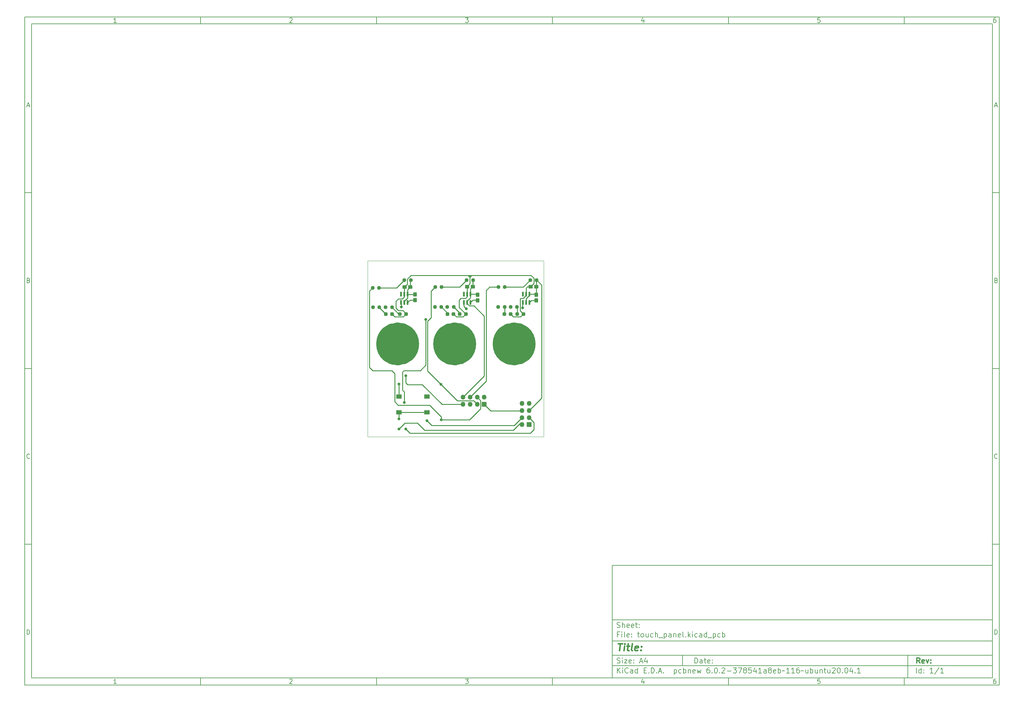
<source format=gbr>
%TF.GenerationSoftware,KiCad,Pcbnew,6.0.2-378541a8eb~116~ubuntu20.04.1*%
%TF.CreationDate,2022-03-13T21:59:14+03:30*%
%TF.ProjectId,touch_panel,746f7563-685f-4706-916e-656c2e6b6963,rev?*%
%TF.SameCoordinates,Original*%
%TF.FileFunction,Copper,L1,Top*%
%TF.FilePolarity,Positive*%
%FSLAX46Y46*%
G04 Gerber Fmt 4.6, Leading zero omitted, Abs format (unit mm)*
G04 Created by KiCad (PCBNEW 6.0.2-378541a8eb~116~ubuntu20.04.1) date 2022-03-13 21:59:14*
%MOMM*%
%LPD*%
G01*
G04 APERTURE LIST*
G04 Aperture macros list*
%AMRoundRect*
0 Rectangle with rounded corners*
0 $1 Rounding radius*
0 $2 $3 $4 $5 $6 $7 $8 $9 X,Y pos of 4 corners*
0 Add a 4 corners polygon primitive as box body*
4,1,4,$2,$3,$4,$5,$6,$7,$8,$9,$2,$3,0*
0 Add four circle primitives for the rounded corners*
1,1,$1+$1,$2,$3*
1,1,$1+$1,$4,$5*
1,1,$1+$1,$6,$7*
1,1,$1+$1,$8,$9*
0 Add four rect primitives between the rounded corners*
20,1,$1+$1,$2,$3,$4,$5,0*
20,1,$1+$1,$4,$5,$6,$7,0*
20,1,$1+$1,$6,$7,$8,$9,0*
20,1,$1+$1,$8,$9,$2,$3,0*%
G04 Aperture macros list end*
%ADD10C,0.100000*%
%ADD11C,0.150000*%
%ADD12C,0.300000*%
%ADD13C,0.400000*%
%TA.AperFunction,Profile*%
%ADD14C,0.100000*%
%TD*%
%TA.AperFunction,EtchedComponent*%
%ADD15C,6.100000*%
%TD*%
%TA.AperFunction,SMDPad,CuDef*%
%ADD16RoundRect,0.237500X-0.250000X-0.237500X0.250000X-0.237500X0.250000X0.237500X-0.250000X0.237500X0*%
%TD*%
%TA.AperFunction,ComponentPad*%
%ADD17C,1.000000*%
%TD*%
%TA.AperFunction,SMDPad,CuDef*%
%ADD18RoundRect,0.193800X-0.091200X-0.481200X0.091200X-0.481200X0.091200X0.481200X-0.091200X0.481200X0*%
%TD*%
%TA.AperFunction,SMDPad,CuDef*%
%ADD19RoundRect,0.237500X-0.287500X-0.237500X0.287500X-0.237500X0.287500X0.237500X-0.287500X0.237500X0*%
%TD*%
%TA.AperFunction,SMDPad,CuDef*%
%ADD20R,1.550000X1.300000*%
%TD*%
%TA.AperFunction,SMDPad,CuDef*%
%ADD21RoundRect,0.250000X0.375000X0.275000X-0.375000X0.275000X-0.375000X-0.275000X0.375000X-0.275000X0*%
%TD*%
%TA.AperFunction,SMDPad,CuDef*%
%ADD22RoundRect,0.250000X0.275000X-0.375000X0.275000X0.375000X-0.275000X0.375000X-0.275000X-0.375000X0*%
%TD*%
%TA.AperFunction,SMDPad,CuDef*%
%ADD23RoundRect,0.237500X0.250000X0.237500X-0.250000X0.237500X-0.250000X-0.237500X0.250000X-0.237500X0*%
%TD*%
%TA.AperFunction,ComponentPad*%
%ADD24R,1.350000X1.350000*%
%TD*%
%TA.AperFunction,ComponentPad*%
%ADD25O,1.350000X1.350000*%
%TD*%
%TA.AperFunction,ViaPad*%
%ADD26C,0.800000*%
%TD*%
%TA.AperFunction,Conductor*%
%ADD27C,0.250000*%
%TD*%
G04 APERTURE END LIST*
D10*
D11*
X177002200Y-166007200D02*
X177002200Y-198007200D01*
X285002200Y-198007200D01*
X285002200Y-166007200D01*
X177002200Y-166007200D01*
D10*
D11*
X10000000Y-10000000D02*
X10000000Y-200007200D01*
X287002200Y-200007200D01*
X287002200Y-10000000D01*
X10000000Y-10000000D01*
D10*
D11*
X12000000Y-12000000D02*
X12000000Y-198007200D01*
X285002200Y-198007200D01*
X285002200Y-12000000D01*
X12000000Y-12000000D01*
D10*
D11*
X60000000Y-12000000D02*
X60000000Y-10000000D01*
D10*
D11*
X110000000Y-12000000D02*
X110000000Y-10000000D01*
D10*
D11*
X160000000Y-12000000D02*
X160000000Y-10000000D01*
D10*
D11*
X210000000Y-12000000D02*
X210000000Y-10000000D01*
D10*
D11*
X260000000Y-12000000D02*
X260000000Y-10000000D01*
D10*
D11*
X36065476Y-11588095D02*
X35322619Y-11588095D01*
X35694047Y-11588095D02*
X35694047Y-10288095D01*
X35570238Y-10473809D01*
X35446428Y-10597619D01*
X35322619Y-10659523D01*
D10*
D11*
X85322619Y-10411904D02*
X85384523Y-10350000D01*
X85508333Y-10288095D01*
X85817857Y-10288095D01*
X85941666Y-10350000D01*
X86003571Y-10411904D01*
X86065476Y-10535714D01*
X86065476Y-10659523D01*
X86003571Y-10845238D01*
X85260714Y-11588095D01*
X86065476Y-11588095D01*
D10*
D11*
X135260714Y-10288095D02*
X136065476Y-10288095D01*
X135632142Y-10783333D01*
X135817857Y-10783333D01*
X135941666Y-10845238D01*
X136003571Y-10907142D01*
X136065476Y-11030952D01*
X136065476Y-11340476D01*
X136003571Y-11464285D01*
X135941666Y-11526190D01*
X135817857Y-11588095D01*
X135446428Y-11588095D01*
X135322619Y-11526190D01*
X135260714Y-11464285D01*
D10*
D11*
X185941666Y-10721428D02*
X185941666Y-11588095D01*
X185632142Y-10226190D02*
X185322619Y-11154761D01*
X186127380Y-11154761D01*
D10*
D11*
X236003571Y-10288095D02*
X235384523Y-10288095D01*
X235322619Y-10907142D01*
X235384523Y-10845238D01*
X235508333Y-10783333D01*
X235817857Y-10783333D01*
X235941666Y-10845238D01*
X236003571Y-10907142D01*
X236065476Y-11030952D01*
X236065476Y-11340476D01*
X236003571Y-11464285D01*
X235941666Y-11526190D01*
X235817857Y-11588095D01*
X235508333Y-11588095D01*
X235384523Y-11526190D01*
X235322619Y-11464285D01*
D10*
D11*
X285941666Y-10288095D02*
X285694047Y-10288095D01*
X285570238Y-10350000D01*
X285508333Y-10411904D01*
X285384523Y-10597619D01*
X285322619Y-10845238D01*
X285322619Y-11340476D01*
X285384523Y-11464285D01*
X285446428Y-11526190D01*
X285570238Y-11588095D01*
X285817857Y-11588095D01*
X285941666Y-11526190D01*
X286003571Y-11464285D01*
X286065476Y-11340476D01*
X286065476Y-11030952D01*
X286003571Y-10907142D01*
X285941666Y-10845238D01*
X285817857Y-10783333D01*
X285570238Y-10783333D01*
X285446428Y-10845238D01*
X285384523Y-10907142D01*
X285322619Y-11030952D01*
D10*
D11*
X60000000Y-198007200D02*
X60000000Y-200007200D01*
D10*
D11*
X110000000Y-198007200D02*
X110000000Y-200007200D01*
D10*
D11*
X160000000Y-198007200D02*
X160000000Y-200007200D01*
D10*
D11*
X210000000Y-198007200D02*
X210000000Y-200007200D01*
D10*
D11*
X260000000Y-198007200D02*
X260000000Y-200007200D01*
D10*
D11*
X36065476Y-199595295D02*
X35322619Y-199595295D01*
X35694047Y-199595295D02*
X35694047Y-198295295D01*
X35570238Y-198481009D01*
X35446428Y-198604819D01*
X35322619Y-198666723D01*
D10*
D11*
X85322619Y-198419104D02*
X85384523Y-198357200D01*
X85508333Y-198295295D01*
X85817857Y-198295295D01*
X85941666Y-198357200D01*
X86003571Y-198419104D01*
X86065476Y-198542914D01*
X86065476Y-198666723D01*
X86003571Y-198852438D01*
X85260714Y-199595295D01*
X86065476Y-199595295D01*
D10*
D11*
X135260714Y-198295295D02*
X136065476Y-198295295D01*
X135632142Y-198790533D01*
X135817857Y-198790533D01*
X135941666Y-198852438D01*
X136003571Y-198914342D01*
X136065476Y-199038152D01*
X136065476Y-199347676D01*
X136003571Y-199471485D01*
X135941666Y-199533390D01*
X135817857Y-199595295D01*
X135446428Y-199595295D01*
X135322619Y-199533390D01*
X135260714Y-199471485D01*
D10*
D11*
X185941666Y-198728628D02*
X185941666Y-199595295D01*
X185632142Y-198233390D02*
X185322619Y-199161961D01*
X186127380Y-199161961D01*
D10*
D11*
X236003571Y-198295295D02*
X235384523Y-198295295D01*
X235322619Y-198914342D01*
X235384523Y-198852438D01*
X235508333Y-198790533D01*
X235817857Y-198790533D01*
X235941666Y-198852438D01*
X236003571Y-198914342D01*
X236065476Y-199038152D01*
X236065476Y-199347676D01*
X236003571Y-199471485D01*
X235941666Y-199533390D01*
X235817857Y-199595295D01*
X235508333Y-199595295D01*
X235384523Y-199533390D01*
X235322619Y-199471485D01*
D10*
D11*
X285941666Y-198295295D02*
X285694047Y-198295295D01*
X285570238Y-198357200D01*
X285508333Y-198419104D01*
X285384523Y-198604819D01*
X285322619Y-198852438D01*
X285322619Y-199347676D01*
X285384523Y-199471485D01*
X285446428Y-199533390D01*
X285570238Y-199595295D01*
X285817857Y-199595295D01*
X285941666Y-199533390D01*
X286003571Y-199471485D01*
X286065476Y-199347676D01*
X286065476Y-199038152D01*
X286003571Y-198914342D01*
X285941666Y-198852438D01*
X285817857Y-198790533D01*
X285570238Y-198790533D01*
X285446428Y-198852438D01*
X285384523Y-198914342D01*
X285322619Y-199038152D01*
D10*
D11*
X10000000Y-60000000D02*
X12000000Y-60000000D01*
D10*
D11*
X10000000Y-110000000D02*
X12000000Y-110000000D01*
D10*
D11*
X10000000Y-160000000D02*
X12000000Y-160000000D01*
D10*
D11*
X10690476Y-35216666D02*
X11309523Y-35216666D01*
X10566666Y-35588095D02*
X11000000Y-34288095D01*
X11433333Y-35588095D01*
D10*
D11*
X11092857Y-84907142D02*
X11278571Y-84969047D01*
X11340476Y-85030952D01*
X11402380Y-85154761D01*
X11402380Y-85340476D01*
X11340476Y-85464285D01*
X11278571Y-85526190D01*
X11154761Y-85588095D01*
X10659523Y-85588095D01*
X10659523Y-84288095D01*
X11092857Y-84288095D01*
X11216666Y-84350000D01*
X11278571Y-84411904D01*
X11340476Y-84535714D01*
X11340476Y-84659523D01*
X11278571Y-84783333D01*
X11216666Y-84845238D01*
X11092857Y-84907142D01*
X10659523Y-84907142D01*
D10*
D11*
X11402380Y-135464285D02*
X11340476Y-135526190D01*
X11154761Y-135588095D01*
X11030952Y-135588095D01*
X10845238Y-135526190D01*
X10721428Y-135402380D01*
X10659523Y-135278571D01*
X10597619Y-135030952D01*
X10597619Y-134845238D01*
X10659523Y-134597619D01*
X10721428Y-134473809D01*
X10845238Y-134350000D01*
X11030952Y-134288095D01*
X11154761Y-134288095D01*
X11340476Y-134350000D01*
X11402380Y-134411904D01*
D10*
D11*
X10659523Y-185588095D02*
X10659523Y-184288095D01*
X10969047Y-184288095D01*
X11154761Y-184350000D01*
X11278571Y-184473809D01*
X11340476Y-184597619D01*
X11402380Y-184845238D01*
X11402380Y-185030952D01*
X11340476Y-185278571D01*
X11278571Y-185402380D01*
X11154761Y-185526190D01*
X10969047Y-185588095D01*
X10659523Y-185588095D01*
D10*
D11*
X287002200Y-60000000D02*
X285002200Y-60000000D01*
D10*
D11*
X287002200Y-110000000D02*
X285002200Y-110000000D01*
D10*
D11*
X287002200Y-160000000D02*
X285002200Y-160000000D01*
D10*
D11*
X285692676Y-35216666D02*
X286311723Y-35216666D01*
X285568866Y-35588095D02*
X286002200Y-34288095D01*
X286435533Y-35588095D01*
D10*
D11*
X286095057Y-84907142D02*
X286280771Y-84969047D01*
X286342676Y-85030952D01*
X286404580Y-85154761D01*
X286404580Y-85340476D01*
X286342676Y-85464285D01*
X286280771Y-85526190D01*
X286156961Y-85588095D01*
X285661723Y-85588095D01*
X285661723Y-84288095D01*
X286095057Y-84288095D01*
X286218866Y-84350000D01*
X286280771Y-84411904D01*
X286342676Y-84535714D01*
X286342676Y-84659523D01*
X286280771Y-84783333D01*
X286218866Y-84845238D01*
X286095057Y-84907142D01*
X285661723Y-84907142D01*
D10*
D11*
X286404580Y-135464285D02*
X286342676Y-135526190D01*
X286156961Y-135588095D01*
X286033152Y-135588095D01*
X285847438Y-135526190D01*
X285723628Y-135402380D01*
X285661723Y-135278571D01*
X285599819Y-135030952D01*
X285599819Y-134845238D01*
X285661723Y-134597619D01*
X285723628Y-134473809D01*
X285847438Y-134350000D01*
X286033152Y-134288095D01*
X286156961Y-134288095D01*
X286342676Y-134350000D01*
X286404580Y-134411904D01*
D10*
D11*
X285661723Y-185588095D02*
X285661723Y-184288095D01*
X285971247Y-184288095D01*
X286156961Y-184350000D01*
X286280771Y-184473809D01*
X286342676Y-184597619D01*
X286404580Y-184845238D01*
X286404580Y-185030952D01*
X286342676Y-185278571D01*
X286280771Y-185402380D01*
X286156961Y-185526190D01*
X285971247Y-185588095D01*
X285661723Y-185588095D01*
D10*
D11*
X200434342Y-193785771D02*
X200434342Y-192285771D01*
X200791485Y-192285771D01*
X201005771Y-192357200D01*
X201148628Y-192500057D01*
X201220057Y-192642914D01*
X201291485Y-192928628D01*
X201291485Y-193142914D01*
X201220057Y-193428628D01*
X201148628Y-193571485D01*
X201005771Y-193714342D01*
X200791485Y-193785771D01*
X200434342Y-193785771D01*
X202577200Y-193785771D02*
X202577200Y-193000057D01*
X202505771Y-192857200D01*
X202362914Y-192785771D01*
X202077200Y-192785771D01*
X201934342Y-192857200D01*
X202577200Y-193714342D02*
X202434342Y-193785771D01*
X202077200Y-193785771D01*
X201934342Y-193714342D01*
X201862914Y-193571485D01*
X201862914Y-193428628D01*
X201934342Y-193285771D01*
X202077200Y-193214342D01*
X202434342Y-193214342D01*
X202577200Y-193142914D01*
X203077200Y-192785771D02*
X203648628Y-192785771D01*
X203291485Y-192285771D02*
X203291485Y-193571485D01*
X203362914Y-193714342D01*
X203505771Y-193785771D01*
X203648628Y-193785771D01*
X204720057Y-193714342D02*
X204577200Y-193785771D01*
X204291485Y-193785771D01*
X204148628Y-193714342D01*
X204077200Y-193571485D01*
X204077200Y-193000057D01*
X204148628Y-192857200D01*
X204291485Y-192785771D01*
X204577200Y-192785771D01*
X204720057Y-192857200D01*
X204791485Y-193000057D01*
X204791485Y-193142914D01*
X204077200Y-193285771D01*
X205434342Y-193642914D02*
X205505771Y-193714342D01*
X205434342Y-193785771D01*
X205362914Y-193714342D01*
X205434342Y-193642914D01*
X205434342Y-193785771D01*
X205434342Y-192857200D02*
X205505771Y-192928628D01*
X205434342Y-193000057D01*
X205362914Y-192928628D01*
X205434342Y-192857200D01*
X205434342Y-193000057D01*
D10*
D11*
X177002200Y-194507200D02*
X285002200Y-194507200D01*
D10*
D11*
X178434342Y-196585771D02*
X178434342Y-195085771D01*
X179291485Y-196585771D02*
X178648628Y-195728628D01*
X179291485Y-195085771D02*
X178434342Y-195942914D01*
X179934342Y-196585771D02*
X179934342Y-195585771D01*
X179934342Y-195085771D02*
X179862914Y-195157200D01*
X179934342Y-195228628D01*
X180005771Y-195157200D01*
X179934342Y-195085771D01*
X179934342Y-195228628D01*
X181505771Y-196442914D02*
X181434342Y-196514342D01*
X181220057Y-196585771D01*
X181077200Y-196585771D01*
X180862914Y-196514342D01*
X180720057Y-196371485D01*
X180648628Y-196228628D01*
X180577200Y-195942914D01*
X180577200Y-195728628D01*
X180648628Y-195442914D01*
X180720057Y-195300057D01*
X180862914Y-195157200D01*
X181077200Y-195085771D01*
X181220057Y-195085771D01*
X181434342Y-195157200D01*
X181505771Y-195228628D01*
X182791485Y-196585771D02*
X182791485Y-195800057D01*
X182720057Y-195657200D01*
X182577200Y-195585771D01*
X182291485Y-195585771D01*
X182148628Y-195657200D01*
X182791485Y-196514342D02*
X182648628Y-196585771D01*
X182291485Y-196585771D01*
X182148628Y-196514342D01*
X182077200Y-196371485D01*
X182077200Y-196228628D01*
X182148628Y-196085771D01*
X182291485Y-196014342D01*
X182648628Y-196014342D01*
X182791485Y-195942914D01*
X184148628Y-196585771D02*
X184148628Y-195085771D01*
X184148628Y-196514342D02*
X184005771Y-196585771D01*
X183720057Y-196585771D01*
X183577200Y-196514342D01*
X183505771Y-196442914D01*
X183434342Y-196300057D01*
X183434342Y-195871485D01*
X183505771Y-195728628D01*
X183577200Y-195657200D01*
X183720057Y-195585771D01*
X184005771Y-195585771D01*
X184148628Y-195657200D01*
X186005771Y-195800057D02*
X186505771Y-195800057D01*
X186720057Y-196585771D02*
X186005771Y-196585771D01*
X186005771Y-195085771D01*
X186720057Y-195085771D01*
X187362914Y-196442914D02*
X187434342Y-196514342D01*
X187362914Y-196585771D01*
X187291485Y-196514342D01*
X187362914Y-196442914D01*
X187362914Y-196585771D01*
X188077200Y-196585771D02*
X188077200Y-195085771D01*
X188434342Y-195085771D01*
X188648628Y-195157200D01*
X188791485Y-195300057D01*
X188862914Y-195442914D01*
X188934342Y-195728628D01*
X188934342Y-195942914D01*
X188862914Y-196228628D01*
X188791485Y-196371485D01*
X188648628Y-196514342D01*
X188434342Y-196585771D01*
X188077200Y-196585771D01*
X189577200Y-196442914D02*
X189648628Y-196514342D01*
X189577200Y-196585771D01*
X189505771Y-196514342D01*
X189577200Y-196442914D01*
X189577200Y-196585771D01*
X190220057Y-196157200D02*
X190934342Y-196157200D01*
X190077200Y-196585771D02*
X190577200Y-195085771D01*
X191077200Y-196585771D01*
X191577200Y-196442914D02*
X191648628Y-196514342D01*
X191577200Y-196585771D01*
X191505771Y-196514342D01*
X191577200Y-196442914D01*
X191577200Y-196585771D01*
X194577200Y-195585771D02*
X194577200Y-197085771D01*
X194577200Y-195657200D02*
X194720057Y-195585771D01*
X195005771Y-195585771D01*
X195148628Y-195657200D01*
X195220057Y-195728628D01*
X195291485Y-195871485D01*
X195291485Y-196300057D01*
X195220057Y-196442914D01*
X195148628Y-196514342D01*
X195005771Y-196585771D01*
X194720057Y-196585771D01*
X194577200Y-196514342D01*
X196577200Y-196514342D02*
X196434342Y-196585771D01*
X196148628Y-196585771D01*
X196005771Y-196514342D01*
X195934342Y-196442914D01*
X195862914Y-196300057D01*
X195862914Y-195871485D01*
X195934342Y-195728628D01*
X196005771Y-195657200D01*
X196148628Y-195585771D01*
X196434342Y-195585771D01*
X196577200Y-195657200D01*
X197220057Y-196585771D02*
X197220057Y-195085771D01*
X197220057Y-195657200D02*
X197362914Y-195585771D01*
X197648628Y-195585771D01*
X197791485Y-195657200D01*
X197862914Y-195728628D01*
X197934342Y-195871485D01*
X197934342Y-196300057D01*
X197862914Y-196442914D01*
X197791485Y-196514342D01*
X197648628Y-196585771D01*
X197362914Y-196585771D01*
X197220057Y-196514342D01*
X198577200Y-195585771D02*
X198577200Y-196585771D01*
X198577200Y-195728628D02*
X198648628Y-195657200D01*
X198791485Y-195585771D01*
X199005771Y-195585771D01*
X199148628Y-195657200D01*
X199220057Y-195800057D01*
X199220057Y-196585771D01*
X200505771Y-196514342D02*
X200362914Y-196585771D01*
X200077200Y-196585771D01*
X199934342Y-196514342D01*
X199862914Y-196371485D01*
X199862914Y-195800057D01*
X199934342Y-195657200D01*
X200077200Y-195585771D01*
X200362914Y-195585771D01*
X200505771Y-195657200D01*
X200577200Y-195800057D01*
X200577200Y-195942914D01*
X199862914Y-196085771D01*
X201077200Y-195585771D02*
X201362914Y-196585771D01*
X201648628Y-195871485D01*
X201934342Y-196585771D01*
X202220057Y-195585771D01*
X204577200Y-195085771D02*
X204291485Y-195085771D01*
X204148628Y-195157200D01*
X204077200Y-195228628D01*
X203934342Y-195442914D01*
X203862914Y-195728628D01*
X203862914Y-196300057D01*
X203934342Y-196442914D01*
X204005771Y-196514342D01*
X204148628Y-196585771D01*
X204434342Y-196585771D01*
X204577200Y-196514342D01*
X204648628Y-196442914D01*
X204720057Y-196300057D01*
X204720057Y-195942914D01*
X204648628Y-195800057D01*
X204577200Y-195728628D01*
X204434342Y-195657200D01*
X204148628Y-195657200D01*
X204005771Y-195728628D01*
X203934342Y-195800057D01*
X203862914Y-195942914D01*
X205362914Y-196442914D02*
X205434342Y-196514342D01*
X205362914Y-196585771D01*
X205291485Y-196514342D01*
X205362914Y-196442914D01*
X205362914Y-196585771D01*
X206362914Y-195085771D02*
X206505771Y-195085771D01*
X206648628Y-195157200D01*
X206720057Y-195228628D01*
X206791485Y-195371485D01*
X206862914Y-195657200D01*
X206862914Y-196014342D01*
X206791485Y-196300057D01*
X206720057Y-196442914D01*
X206648628Y-196514342D01*
X206505771Y-196585771D01*
X206362914Y-196585771D01*
X206220057Y-196514342D01*
X206148628Y-196442914D01*
X206077200Y-196300057D01*
X206005771Y-196014342D01*
X206005771Y-195657200D01*
X206077200Y-195371485D01*
X206148628Y-195228628D01*
X206220057Y-195157200D01*
X206362914Y-195085771D01*
X207505771Y-196442914D02*
X207577200Y-196514342D01*
X207505771Y-196585771D01*
X207434342Y-196514342D01*
X207505771Y-196442914D01*
X207505771Y-196585771D01*
X208148628Y-195228628D02*
X208220057Y-195157200D01*
X208362914Y-195085771D01*
X208720057Y-195085771D01*
X208862914Y-195157200D01*
X208934342Y-195228628D01*
X209005771Y-195371485D01*
X209005771Y-195514342D01*
X208934342Y-195728628D01*
X208077200Y-196585771D01*
X209005771Y-196585771D01*
X209648628Y-196014342D02*
X210791485Y-196014342D01*
X211362914Y-195085771D02*
X212291485Y-195085771D01*
X211791485Y-195657200D01*
X212005771Y-195657200D01*
X212148628Y-195728628D01*
X212220057Y-195800057D01*
X212291485Y-195942914D01*
X212291485Y-196300057D01*
X212220057Y-196442914D01*
X212148628Y-196514342D01*
X212005771Y-196585771D01*
X211577200Y-196585771D01*
X211434342Y-196514342D01*
X211362914Y-196442914D01*
X212791485Y-195085771D02*
X213791485Y-195085771D01*
X213148628Y-196585771D01*
X214577200Y-195728628D02*
X214434342Y-195657200D01*
X214362914Y-195585771D01*
X214291485Y-195442914D01*
X214291485Y-195371485D01*
X214362914Y-195228628D01*
X214434342Y-195157200D01*
X214577200Y-195085771D01*
X214862914Y-195085771D01*
X215005771Y-195157200D01*
X215077200Y-195228628D01*
X215148628Y-195371485D01*
X215148628Y-195442914D01*
X215077200Y-195585771D01*
X215005771Y-195657200D01*
X214862914Y-195728628D01*
X214577200Y-195728628D01*
X214434342Y-195800057D01*
X214362914Y-195871485D01*
X214291485Y-196014342D01*
X214291485Y-196300057D01*
X214362914Y-196442914D01*
X214434342Y-196514342D01*
X214577200Y-196585771D01*
X214862914Y-196585771D01*
X215005771Y-196514342D01*
X215077200Y-196442914D01*
X215148628Y-196300057D01*
X215148628Y-196014342D01*
X215077200Y-195871485D01*
X215005771Y-195800057D01*
X214862914Y-195728628D01*
X216505771Y-195085771D02*
X215791485Y-195085771D01*
X215720057Y-195800057D01*
X215791485Y-195728628D01*
X215934342Y-195657200D01*
X216291485Y-195657200D01*
X216434342Y-195728628D01*
X216505771Y-195800057D01*
X216577200Y-195942914D01*
X216577200Y-196300057D01*
X216505771Y-196442914D01*
X216434342Y-196514342D01*
X216291485Y-196585771D01*
X215934342Y-196585771D01*
X215791485Y-196514342D01*
X215720057Y-196442914D01*
X217862914Y-195585771D02*
X217862914Y-196585771D01*
X217505771Y-195014342D02*
X217148628Y-196085771D01*
X218077200Y-196085771D01*
X219434342Y-196585771D02*
X218577200Y-196585771D01*
X219005771Y-196585771D02*
X219005771Y-195085771D01*
X218862914Y-195300057D01*
X218720057Y-195442914D01*
X218577200Y-195514342D01*
X220720057Y-196585771D02*
X220720057Y-195800057D01*
X220648628Y-195657200D01*
X220505771Y-195585771D01*
X220220057Y-195585771D01*
X220077200Y-195657200D01*
X220720057Y-196514342D02*
X220577200Y-196585771D01*
X220220057Y-196585771D01*
X220077200Y-196514342D01*
X220005771Y-196371485D01*
X220005771Y-196228628D01*
X220077200Y-196085771D01*
X220220057Y-196014342D01*
X220577200Y-196014342D01*
X220720057Y-195942914D01*
X221648628Y-195728628D02*
X221505771Y-195657200D01*
X221434342Y-195585771D01*
X221362914Y-195442914D01*
X221362914Y-195371485D01*
X221434342Y-195228628D01*
X221505771Y-195157200D01*
X221648628Y-195085771D01*
X221934342Y-195085771D01*
X222077200Y-195157200D01*
X222148628Y-195228628D01*
X222220057Y-195371485D01*
X222220057Y-195442914D01*
X222148628Y-195585771D01*
X222077200Y-195657200D01*
X221934342Y-195728628D01*
X221648628Y-195728628D01*
X221505771Y-195800057D01*
X221434342Y-195871485D01*
X221362914Y-196014342D01*
X221362914Y-196300057D01*
X221434342Y-196442914D01*
X221505771Y-196514342D01*
X221648628Y-196585771D01*
X221934342Y-196585771D01*
X222077200Y-196514342D01*
X222148628Y-196442914D01*
X222220057Y-196300057D01*
X222220057Y-196014342D01*
X222148628Y-195871485D01*
X222077200Y-195800057D01*
X221934342Y-195728628D01*
X223434342Y-196514342D02*
X223291485Y-196585771D01*
X223005771Y-196585771D01*
X222862914Y-196514342D01*
X222791485Y-196371485D01*
X222791485Y-195800057D01*
X222862914Y-195657200D01*
X223005771Y-195585771D01*
X223291485Y-195585771D01*
X223434342Y-195657200D01*
X223505771Y-195800057D01*
X223505771Y-195942914D01*
X222791485Y-196085771D01*
X224148628Y-196585771D02*
X224148628Y-195085771D01*
X224148628Y-195657200D02*
X224291485Y-195585771D01*
X224577199Y-195585771D01*
X224720057Y-195657200D01*
X224791485Y-195728628D01*
X224862914Y-195871485D01*
X224862914Y-196300057D01*
X224791485Y-196442914D01*
X224720057Y-196514342D01*
X224577199Y-196585771D01*
X224291485Y-196585771D01*
X224148628Y-196514342D01*
X225291485Y-196014342D02*
X225362914Y-195942914D01*
X225505771Y-195871485D01*
X225791485Y-196014342D01*
X225934342Y-195942914D01*
X226005771Y-195871485D01*
X227362914Y-196585771D02*
X226505771Y-196585771D01*
X226934342Y-196585771D02*
X226934342Y-195085771D01*
X226791485Y-195300057D01*
X226648628Y-195442914D01*
X226505771Y-195514342D01*
X228791485Y-196585771D02*
X227934342Y-196585771D01*
X228362914Y-196585771D02*
X228362914Y-195085771D01*
X228220057Y-195300057D01*
X228077199Y-195442914D01*
X227934342Y-195514342D01*
X230077199Y-195085771D02*
X229791485Y-195085771D01*
X229648628Y-195157200D01*
X229577199Y-195228628D01*
X229434342Y-195442914D01*
X229362914Y-195728628D01*
X229362914Y-196300057D01*
X229434342Y-196442914D01*
X229505771Y-196514342D01*
X229648628Y-196585771D01*
X229934342Y-196585771D01*
X230077199Y-196514342D01*
X230148628Y-196442914D01*
X230220057Y-196300057D01*
X230220057Y-195942914D01*
X230148628Y-195800057D01*
X230077199Y-195728628D01*
X229934342Y-195657200D01*
X229648628Y-195657200D01*
X229505771Y-195728628D01*
X229434342Y-195800057D01*
X229362914Y-195942914D01*
X230648628Y-196014342D02*
X230720057Y-195942914D01*
X230862914Y-195871485D01*
X231148628Y-196014342D01*
X231291485Y-195942914D01*
X231362914Y-195871485D01*
X232577199Y-195585771D02*
X232577199Y-196585771D01*
X231934342Y-195585771D02*
X231934342Y-196371485D01*
X232005771Y-196514342D01*
X232148628Y-196585771D01*
X232362914Y-196585771D01*
X232505771Y-196514342D01*
X232577199Y-196442914D01*
X233291485Y-196585771D02*
X233291485Y-195085771D01*
X233291485Y-195657200D02*
X233434342Y-195585771D01*
X233720057Y-195585771D01*
X233862914Y-195657200D01*
X233934342Y-195728628D01*
X234005771Y-195871485D01*
X234005771Y-196300057D01*
X233934342Y-196442914D01*
X233862914Y-196514342D01*
X233720057Y-196585771D01*
X233434342Y-196585771D01*
X233291485Y-196514342D01*
X235291485Y-195585771D02*
X235291485Y-196585771D01*
X234648628Y-195585771D02*
X234648628Y-196371485D01*
X234720057Y-196514342D01*
X234862914Y-196585771D01*
X235077199Y-196585771D01*
X235220057Y-196514342D01*
X235291485Y-196442914D01*
X236005771Y-195585771D02*
X236005771Y-196585771D01*
X236005771Y-195728628D02*
X236077199Y-195657200D01*
X236220057Y-195585771D01*
X236434342Y-195585771D01*
X236577199Y-195657200D01*
X236648628Y-195800057D01*
X236648628Y-196585771D01*
X237148628Y-195585771D02*
X237720057Y-195585771D01*
X237362914Y-195085771D02*
X237362914Y-196371485D01*
X237434342Y-196514342D01*
X237577200Y-196585771D01*
X237720057Y-196585771D01*
X238862914Y-195585771D02*
X238862914Y-196585771D01*
X238220057Y-195585771D02*
X238220057Y-196371485D01*
X238291485Y-196514342D01*
X238434342Y-196585771D01*
X238648628Y-196585771D01*
X238791485Y-196514342D01*
X238862914Y-196442914D01*
X239505771Y-195228628D02*
X239577200Y-195157200D01*
X239720057Y-195085771D01*
X240077200Y-195085771D01*
X240220057Y-195157200D01*
X240291485Y-195228628D01*
X240362914Y-195371485D01*
X240362914Y-195514342D01*
X240291485Y-195728628D01*
X239434342Y-196585771D01*
X240362914Y-196585771D01*
X241291485Y-195085771D02*
X241434342Y-195085771D01*
X241577199Y-195157200D01*
X241648628Y-195228628D01*
X241720057Y-195371485D01*
X241791485Y-195657200D01*
X241791485Y-196014342D01*
X241720057Y-196300057D01*
X241648628Y-196442914D01*
X241577199Y-196514342D01*
X241434342Y-196585771D01*
X241291485Y-196585771D01*
X241148628Y-196514342D01*
X241077199Y-196442914D01*
X241005771Y-196300057D01*
X240934342Y-196014342D01*
X240934342Y-195657200D01*
X241005771Y-195371485D01*
X241077199Y-195228628D01*
X241148628Y-195157200D01*
X241291485Y-195085771D01*
X242434342Y-196442914D02*
X242505771Y-196514342D01*
X242434342Y-196585771D01*
X242362914Y-196514342D01*
X242434342Y-196442914D01*
X242434342Y-196585771D01*
X243434342Y-195085771D02*
X243577199Y-195085771D01*
X243720057Y-195157200D01*
X243791485Y-195228628D01*
X243862914Y-195371485D01*
X243934342Y-195657200D01*
X243934342Y-196014342D01*
X243862914Y-196300057D01*
X243791485Y-196442914D01*
X243720057Y-196514342D01*
X243577199Y-196585771D01*
X243434342Y-196585771D01*
X243291485Y-196514342D01*
X243220057Y-196442914D01*
X243148628Y-196300057D01*
X243077199Y-196014342D01*
X243077199Y-195657200D01*
X243148628Y-195371485D01*
X243220057Y-195228628D01*
X243291485Y-195157200D01*
X243434342Y-195085771D01*
X245220057Y-195585771D02*
X245220057Y-196585771D01*
X244862914Y-195014342D02*
X244505771Y-196085771D01*
X245434342Y-196085771D01*
X246005771Y-196442914D02*
X246077200Y-196514342D01*
X246005771Y-196585771D01*
X245934342Y-196514342D01*
X246005771Y-196442914D01*
X246005771Y-196585771D01*
X247505771Y-196585771D02*
X246648628Y-196585771D01*
X247077200Y-196585771D02*
X247077200Y-195085771D01*
X246934342Y-195300057D01*
X246791485Y-195442914D01*
X246648628Y-195514342D01*
D10*
D11*
X177002200Y-191507200D02*
X285002200Y-191507200D01*
D10*
D12*
X264411485Y-193785771D02*
X263911485Y-193071485D01*
X263554342Y-193785771D02*
X263554342Y-192285771D01*
X264125771Y-192285771D01*
X264268628Y-192357200D01*
X264340057Y-192428628D01*
X264411485Y-192571485D01*
X264411485Y-192785771D01*
X264340057Y-192928628D01*
X264268628Y-193000057D01*
X264125771Y-193071485D01*
X263554342Y-193071485D01*
X265625771Y-193714342D02*
X265482914Y-193785771D01*
X265197200Y-193785771D01*
X265054342Y-193714342D01*
X264982914Y-193571485D01*
X264982914Y-193000057D01*
X265054342Y-192857200D01*
X265197200Y-192785771D01*
X265482914Y-192785771D01*
X265625771Y-192857200D01*
X265697200Y-193000057D01*
X265697200Y-193142914D01*
X264982914Y-193285771D01*
X266197200Y-192785771D02*
X266554342Y-193785771D01*
X266911485Y-192785771D01*
X267482914Y-193642914D02*
X267554342Y-193714342D01*
X267482914Y-193785771D01*
X267411485Y-193714342D01*
X267482914Y-193642914D01*
X267482914Y-193785771D01*
X267482914Y-192857200D02*
X267554342Y-192928628D01*
X267482914Y-193000057D01*
X267411485Y-192928628D01*
X267482914Y-192857200D01*
X267482914Y-193000057D01*
D10*
D11*
X178362914Y-193714342D02*
X178577200Y-193785771D01*
X178934342Y-193785771D01*
X179077200Y-193714342D01*
X179148628Y-193642914D01*
X179220057Y-193500057D01*
X179220057Y-193357200D01*
X179148628Y-193214342D01*
X179077200Y-193142914D01*
X178934342Y-193071485D01*
X178648628Y-193000057D01*
X178505771Y-192928628D01*
X178434342Y-192857200D01*
X178362914Y-192714342D01*
X178362914Y-192571485D01*
X178434342Y-192428628D01*
X178505771Y-192357200D01*
X178648628Y-192285771D01*
X179005771Y-192285771D01*
X179220057Y-192357200D01*
X179862914Y-193785771D02*
X179862914Y-192785771D01*
X179862914Y-192285771D02*
X179791485Y-192357200D01*
X179862914Y-192428628D01*
X179934342Y-192357200D01*
X179862914Y-192285771D01*
X179862914Y-192428628D01*
X180434342Y-192785771D02*
X181220057Y-192785771D01*
X180434342Y-193785771D01*
X181220057Y-193785771D01*
X182362914Y-193714342D02*
X182220057Y-193785771D01*
X181934342Y-193785771D01*
X181791485Y-193714342D01*
X181720057Y-193571485D01*
X181720057Y-193000057D01*
X181791485Y-192857200D01*
X181934342Y-192785771D01*
X182220057Y-192785771D01*
X182362914Y-192857200D01*
X182434342Y-193000057D01*
X182434342Y-193142914D01*
X181720057Y-193285771D01*
X183077200Y-193642914D02*
X183148628Y-193714342D01*
X183077200Y-193785771D01*
X183005771Y-193714342D01*
X183077200Y-193642914D01*
X183077200Y-193785771D01*
X183077200Y-192857200D02*
X183148628Y-192928628D01*
X183077200Y-193000057D01*
X183005771Y-192928628D01*
X183077200Y-192857200D01*
X183077200Y-193000057D01*
X184862914Y-193357200D02*
X185577200Y-193357200D01*
X184720057Y-193785771D02*
X185220057Y-192285771D01*
X185720057Y-193785771D01*
X186862914Y-192785771D02*
X186862914Y-193785771D01*
X186505771Y-192214342D02*
X186148628Y-193285771D01*
X187077200Y-193285771D01*
D10*
D11*
X263434342Y-196585771D02*
X263434342Y-195085771D01*
X264791485Y-196585771D02*
X264791485Y-195085771D01*
X264791485Y-196514342D02*
X264648628Y-196585771D01*
X264362914Y-196585771D01*
X264220057Y-196514342D01*
X264148628Y-196442914D01*
X264077200Y-196300057D01*
X264077200Y-195871485D01*
X264148628Y-195728628D01*
X264220057Y-195657200D01*
X264362914Y-195585771D01*
X264648628Y-195585771D01*
X264791485Y-195657200D01*
X265505771Y-196442914D02*
X265577200Y-196514342D01*
X265505771Y-196585771D01*
X265434342Y-196514342D01*
X265505771Y-196442914D01*
X265505771Y-196585771D01*
X265505771Y-195657200D02*
X265577200Y-195728628D01*
X265505771Y-195800057D01*
X265434342Y-195728628D01*
X265505771Y-195657200D01*
X265505771Y-195800057D01*
X268148628Y-196585771D02*
X267291485Y-196585771D01*
X267720057Y-196585771D02*
X267720057Y-195085771D01*
X267577200Y-195300057D01*
X267434342Y-195442914D01*
X267291485Y-195514342D01*
X269862914Y-195014342D02*
X268577200Y-196942914D01*
X271148628Y-196585771D02*
X270291485Y-196585771D01*
X270720057Y-196585771D02*
X270720057Y-195085771D01*
X270577200Y-195300057D01*
X270434342Y-195442914D01*
X270291485Y-195514342D01*
D10*
D11*
X177002200Y-187507200D02*
X285002200Y-187507200D01*
D10*
D13*
X178714580Y-188211961D02*
X179857438Y-188211961D01*
X179036009Y-190211961D02*
X179286009Y-188211961D01*
X180274104Y-190211961D02*
X180440771Y-188878628D01*
X180524104Y-188211961D02*
X180416961Y-188307200D01*
X180500295Y-188402438D01*
X180607438Y-188307200D01*
X180524104Y-188211961D01*
X180500295Y-188402438D01*
X181107438Y-188878628D02*
X181869342Y-188878628D01*
X181476485Y-188211961D02*
X181262200Y-189926247D01*
X181333628Y-190116723D01*
X181512200Y-190211961D01*
X181702676Y-190211961D01*
X182655057Y-190211961D02*
X182476485Y-190116723D01*
X182405057Y-189926247D01*
X182619342Y-188211961D01*
X184190771Y-190116723D02*
X183988390Y-190211961D01*
X183607438Y-190211961D01*
X183428866Y-190116723D01*
X183357438Y-189926247D01*
X183452676Y-189164342D01*
X183571723Y-188973866D01*
X183774104Y-188878628D01*
X184155057Y-188878628D01*
X184333628Y-188973866D01*
X184405057Y-189164342D01*
X184381247Y-189354819D01*
X183405057Y-189545295D01*
X185155057Y-190021485D02*
X185238390Y-190116723D01*
X185131247Y-190211961D01*
X185047914Y-190116723D01*
X185155057Y-190021485D01*
X185131247Y-190211961D01*
X185286009Y-188973866D02*
X185369342Y-189069104D01*
X185262200Y-189164342D01*
X185178866Y-189069104D01*
X185286009Y-188973866D01*
X185262200Y-189164342D01*
D10*
D11*
X178934342Y-185600057D02*
X178434342Y-185600057D01*
X178434342Y-186385771D02*
X178434342Y-184885771D01*
X179148628Y-184885771D01*
X179720057Y-186385771D02*
X179720057Y-185385771D01*
X179720057Y-184885771D02*
X179648628Y-184957200D01*
X179720057Y-185028628D01*
X179791485Y-184957200D01*
X179720057Y-184885771D01*
X179720057Y-185028628D01*
X180648628Y-186385771D02*
X180505771Y-186314342D01*
X180434342Y-186171485D01*
X180434342Y-184885771D01*
X181791485Y-186314342D02*
X181648628Y-186385771D01*
X181362914Y-186385771D01*
X181220057Y-186314342D01*
X181148628Y-186171485D01*
X181148628Y-185600057D01*
X181220057Y-185457200D01*
X181362914Y-185385771D01*
X181648628Y-185385771D01*
X181791485Y-185457200D01*
X181862914Y-185600057D01*
X181862914Y-185742914D01*
X181148628Y-185885771D01*
X182505771Y-186242914D02*
X182577200Y-186314342D01*
X182505771Y-186385771D01*
X182434342Y-186314342D01*
X182505771Y-186242914D01*
X182505771Y-186385771D01*
X182505771Y-185457200D02*
X182577200Y-185528628D01*
X182505771Y-185600057D01*
X182434342Y-185528628D01*
X182505771Y-185457200D01*
X182505771Y-185600057D01*
X184148628Y-185385771D02*
X184720057Y-185385771D01*
X184362914Y-184885771D02*
X184362914Y-186171485D01*
X184434342Y-186314342D01*
X184577200Y-186385771D01*
X184720057Y-186385771D01*
X185434342Y-186385771D02*
X185291485Y-186314342D01*
X185220057Y-186242914D01*
X185148628Y-186100057D01*
X185148628Y-185671485D01*
X185220057Y-185528628D01*
X185291485Y-185457200D01*
X185434342Y-185385771D01*
X185648628Y-185385771D01*
X185791485Y-185457200D01*
X185862914Y-185528628D01*
X185934342Y-185671485D01*
X185934342Y-186100057D01*
X185862914Y-186242914D01*
X185791485Y-186314342D01*
X185648628Y-186385771D01*
X185434342Y-186385771D01*
X187220057Y-185385771D02*
X187220057Y-186385771D01*
X186577200Y-185385771D02*
X186577200Y-186171485D01*
X186648628Y-186314342D01*
X186791485Y-186385771D01*
X187005771Y-186385771D01*
X187148628Y-186314342D01*
X187220057Y-186242914D01*
X188577200Y-186314342D02*
X188434342Y-186385771D01*
X188148628Y-186385771D01*
X188005771Y-186314342D01*
X187934342Y-186242914D01*
X187862914Y-186100057D01*
X187862914Y-185671485D01*
X187934342Y-185528628D01*
X188005771Y-185457200D01*
X188148628Y-185385771D01*
X188434342Y-185385771D01*
X188577200Y-185457200D01*
X189220057Y-186385771D02*
X189220057Y-184885771D01*
X189862914Y-186385771D02*
X189862914Y-185600057D01*
X189791485Y-185457200D01*
X189648628Y-185385771D01*
X189434342Y-185385771D01*
X189291485Y-185457200D01*
X189220057Y-185528628D01*
X190220057Y-186528628D02*
X191362914Y-186528628D01*
X191720057Y-185385771D02*
X191720057Y-186885771D01*
X191720057Y-185457200D02*
X191862914Y-185385771D01*
X192148628Y-185385771D01*
X192291485Y-185457200D01*
X192362914Y-185528628D01*
X192434342Y-185671485D01*
X192434342Y-186100057D01*
X192362914Y-186242914D01*
X192291485Y-186314342D01*
X192148628Y-186385771D01*
X191862914Y-186385771D01*
X191720057Y-186314342D01*
X193720057Y-186385771D02*
X193720057Y-185600057D01*
X193648628Y-185457200D01*
X193505771Y-185385771D01*
X193220057Y-185385771D01*
X193077200Y-185457200D01*
X193720057Y-186314342D02*
X193577200Y-186385771D01*
X193220057Y-186385771D01*
X193077200Y-186314342D01*
X193005771Y-186171485D01*
X193005771Y-186028628D01*
X193077200Y-185885771D01*
X193220057Y-185814342D01*
X193577200Y-185814342D01*
X193720057Y-185742914D01*
X194434342Y-185385771D02*
X194434342Y-186385771D01*
X194434342Y-185528628D02*
X194505771Y-185457200D01*
X194648628Y-185385771D01*
X194862914Y-185385771D01*
X195005771Y-185457200D01*
X195077200Y-185600057D01*
X195077200Y-186385771D01*
X196362914Y-186314342D02*
X196220057Y-186385771D01*
X195934342Y-186385771D01*
X195791485Y-186314342D01*
X195720057Y-186171485D01*
X195720057Y-185600057D01*
X195791485Y-185457200D01*
X195934342Y-185385771D01*
X196220057Y-185385771D01*
X196362914Y-185457200D01*
X196434342Y-185600057D01*
X196434342Y-185742914D01*
X195720057Y-185885771D01*
X197291485Y-186385771D02*
X197148628Y-186314342D01*
X197077200Y-186171485D01*
X197077200Y-184885771D01*
X197862914Y-186242914D02*
X197934342Y-186314342D01*
X197862914Y-186385771D01*
X197791485Y-186314342D01*
X197862914Y-186242914D01*
X197862914Y-186385771D01*
X198577200Y-186385771D02*
X198577200Y-184885771D01*
X198720057Y-185814342D02*
X199148628Y-186385771D01*
X199148628Y-185385771D02*
X198577200Y-185957200D01*
X199791485Y-186385771D02*
X199791485Y-185385771D01*
X199791485Y-184885771D02*
X199720057Y-184957200D01*
X199791485Y-185028628D01*
X199862914Y-184957200D01*
X199791485Y-184885771D01*
X199791485Y-185028628D01*
X201148628Y-186314342D02*
X201005771Y-186385771D01*
X200720057Y-186385771D01*
X200577200Y-186314342D01*
X200505771Y-186242914D01*
X200434342Y-186100057D01*
X200434342Y-185671485D01*
X200505771Y-185528628D01*
X200577200Y-185457200D01*
X200720057Y-185385771D01*
X201005771Y-185385771D01*
X201148628Y-185457200D01*
X202434342Y-186385771D02*
X202434342Y-185600057D01*
X202362914Y-185457200D01*
X202220057Y-185385771D01*
X201934342Y-185385771D01*
X201791485Y-185457200D01*
X202434342Y-186314342D02*
X202291485Y-186385771D01*
X201934342Y-186385771D01*
X201791485Y-186314342D01*
X201720057Y-186171485D01*
X201720057Y-186028628D01*
X201791485Y-185885771D01*
X201934342Y-185814342D01*
X202291485Y-185814342D01*
X202434342Y-185742914D01*
X203791485Y-186385771D02*
X203791485Y-184885771D01*
X203791485Y-186314342D02*
X203648628Y-186385771D01*
X203362914Y-186385771D01*
X203220057Y-186314342D01*
X203148628Y-186242914D01*
X203077200Y-186100057D01*
X203077200Y-185671485D01*
X203148628Y-185528628D01*
X203220057Y-185457200D01*
X203362914Y-185385771D01*
X203648628Y-185385771D01*
X203791485Y-185457200D01*
X204148628Y-186528628D02*
X205291485Y-186528628D01*
X205648628Y-185385771D02*
X205648628Y-186885771D01*
X205648628Y-185457200D02*
X205791485Y-185385771D01*
X206077200Y-185385771D01*
X206220057Y-185457200D01*
X206291485Y-185528628D01*
X206362914Y-185671485D01*
X206362914Y-186100057D01*
X206291485Y-186242914D01*
X206220057Y-186314342D01*
X206077200Y-186385771D01*
X205791485Y-186385771D01*
X205648628Y-186314342D01*
X207648628Y-186314342D02*
X207505771Y-186385771D01*
X207220057Y-186385771D01*
X207077200Y-186314342D01*
X207005771Y-186242914D01*
X206934342Y-186100057D01*
X206934342Y-185671485D01*
X207005771Y-185528628D01*
X207077200Y-185457200D01*
X207220057Y-185385771D01*
X207505771Y-185385771D01*
X207648628Y-185457200D01*
X208291485Y-186385771D02*
X208291485Y-184885771D01*
X208291485Y-185457200D02*
X208434342Y-185385771D01*
X208720057Y-185385771D01*
X208862914Y-185457200D01*
X208934342Y-185528628D01*
X209005771Y-185671485D01*
X209005771Y-186100057D01*
X208934342Y-186242914D01*
X208862914Y-186314342D01*
X208720057Y-186385771D01*
X208434342Y-186385771D01*
X208291485Y-186314342D01*
D10*
D11*
X177002200Y-181507200D02*
X285002200Y-181507200D01*
D10*
D11*
X178362914Y-183614342D02*
X178577200Y-183685771D01*
X178934342Y-183685771D01*
X179077200Y-183614342D01*
X179148628Y-183542914D01*
X179220057Y-183400057D01*
X179220057Y-183257200D01*
X179148628Y-183114342D01*
X179077200Y-183042914D01*
X178934342Y-182971485D01*
X178648628Y-182900057D01*
X178505771Y-182828628D01*
X178434342Y-182757200D01*
X178362914Y-182614342D01*
X178362914Y-182471485D01*
X178434342Y-182328628D01*
X178505771Y-182257200D01*
X178648628Y-182185771D01*
X179005771Y-182185771D01*
X179220057Y-182257200D01*
X179862914Y-183685771D02*
X179862914Y-182185771D01*
X180505771Y-183685771D02*
X180505771Y-182900057D01*
X180434342Y-182757200D01*
X180291485Y-182685771D01*
X180077200Y-182685771D01*
X179934342Y-182757200D01*
X179862914Y-182828628D01*
X181791485Y-183614342D02*
X181648628Y-183685771D01*
X181362914Y-183685771D01*
X181220057Y-183614342D01*
X181148628Y-183471485D01*
X181148628Y-182900057D01*
X181220057Y-182757200D01*
X181362914Y-182685771D01*
X181648628Y-182685771D01*
X181791485Y-182757200D01*
X181862914Y-182900057D01*
X181862914Y-183042914D01*
X181148628Y-183185771D01*
X183077200Y-183614342D02*
X182934342Y-183685771D01*
X182648628Y-183685771D01*
X182505771Y-183614342D01*
X182434342Y-183471485D01*
X182434342Y-182900057D01*
X182505771Y-182757200D01*
X182648628Y-182685771D01*
X182934342Y-182685771D01*
X183077200Y-182757200D01*
X183148628Y-182900057D01*
X183148628Y-183042914D01*
X182434342Y-183185771D01*
X183577200Y-182685771D02*
X184148628Y-182685771D01*
X183791485Y-182185771D02*
X183791485Y-183471485D01*
X183862914Y-183614342D01*
X184005771Y-183685771D01*
X184148628Y-183685771D01*
X184648628Y-183542914D02*
X184720057Y-183614342D01*
X184648628Y-183685771D01*
X184577200Y-183614342D01*
X184648628Y-183542914D01*
X184648628Y-183685771D01*
X184648628Y-182757200D02*
X184720057Y-182828628D01*
X184648628Y-182900057D01*
X184577200Y-182828628D01*
X184648628Y-182757200D01*
X184648628Y-182900057D01*
D10*
D12*
D10*
D11*
D10*
D11*
D10*
D11*
D10*
D11*
D10*
D11*
X197002200Y-191507200D02*
X197002200Y-194507200D01*
D10*
D11*
X261002200Y-191507200D02*
X261002200Y-198007200D01*
D14*
X107500000Y-79400000D02*
X157500000Y-79400000D01*
X157500000Y-79400000D02*
X157500000Y-129400000D01*
X157500000Y-129400000D02*
X107500000Y-129400000D01*
X107500000Y-129400000D02*
X107500000Y-79400000D01*
%TO.C,PAD1*%
D15*
X135250000Y-103000000D02*
G75*
G03*
X135250000Y-103000000I-3050000J0D01*
G01*
%TO.C,PAD3*%
X119050000Y-103000000D02*
G75*
G03*
X119050000Y-103000000I-3050000J0D01*
G01*
%TO.C,PAD2*%
X152150000Y-103000000D02*
G75*
G03*
X152150000Y-103000000I-3050000J0D01*
G01*
%TD*%
D16*
%TO.P,R1,1*%
%TO.N,Relay 1*%
X108887500Y-87050000D03*
%TO.P,R1,2*%
%TO.N,Net-(Q1-Pad2)*%
X110712500Y-87050000D03*
%TD*%
D17*
%TO.P,PAD1,6*%
%TO.N,Net-(C3-Pad1)*%
X132200000Y-103000000D03*
%TD*%
D18*
%TO.P,U2,1,Q*%
%TO.N,Touch 2*%
X134800000Y-91185000D03*
%TO.P,U2,2,VSS*%
%TO.N,GND*%
X135750000Y-91185000D03*
%TO.P,U2,3,I*%
%TO.N,Net-(C3-Pad1)*%
X136700000Y-91185000D03*
%TO.P,U2,4,VSS*%
%TO.N,GND*%
X136700000Y-88815000D03*
%TO.P,U2,5,VDD*%
%TO.N,+3V3*%
X135750000Y-88815000D03*
%TO.P,U2,6,LPMB*%
%TO.N,unconnected-(U2-Pad6)*%
X134800000Y-88815000D03*
%TD*%
D19*
%TO.P,D5,1,K*%
%TO.N,Net-(D5-Pad1)*%
X146325000Y-94500000D03*
%TO.P,D5,2,A*%
%TO.N,+3V3*%
X148075000Y-94500000D03*
%TD*%
D20*
%TO.P,SW1,1,1*%
%TO.N,RST*%
X116375000Y-117950000D03*
X124325000Y-117950000D03*
%TO.P,SW1,2,2*%
%TO.N,GND*%
X116375000Y-122450000D03*
X124325000Y-122450000D03*
%TD*%
D16*
%TO.P,R12,1*%
%TO.N,Net-(Q4-Pad3)*%
X126587500Y-92500000D03*
%TO.P,R12,2*%
%TO.N,Net-(D3-Pad1)*%
X128412500Y-92500000D03*
%TD*%
D21*
%TO.P,C6,1*%
%TO.N,GND*%
X155400000Y-86700000D03*
%TO.P,C6,2*%
%TO.N,+3V3*%
X153800000Y-86700000D03*
%TD*%
D16*
%TO.P,R7,1*%
%TO.N,Relay 2*%
X126687500Y-86850000D03*
%TO.P,R7,2*%
%TO.N,Net-(Q3-Pad2)*%
X128512500Y-86850000D03*
%TD*%
%TO.P,R17,1*%
%TO.N,Net-(Q5-Pad3)*%
X148087500Y-92500000D03*
%TO.P,R17,2*%
%TO.N,Net-(D6-Pad1)*%
X149912500Y-92500000D03*
%TD*%
D22*
%TO.P,C1,1*%
%TO.N,Net-(C1-Pad1)*%
X120900000Y-90500000D03*
%TO.P,C1,2*%
%TO.N,GND*%
X120900000Y-88900000D03*
%TD*%
D23*
%TO.P,R2,1*%
%TO.N,GND*%
X119725000Y-84850000D03*
%TO.P,R2,2*%
%TO.N,Net-(Q1-Pad2)*%
X117900000Y-84850000D03*
%TD*%
D22*
%TO.P,C3,1*%
%TO.N,Net-(C3-Pad1)*%
X138750000Y-90600000D03*
%TO.P,C3,2*%
%TO.N,GND*%
X138750000Y-89000000D03*
%TD*%
D16*
%TO.P,R6,1*%
%TO.N,Net-(Q2-Pad3)*%
X108987500Y-92600000D03*
%TO.P,R6,2*%
%TO.N,Net-(D1-Pad1)*%
X110812500Y-92600000D03*
%TD*%
D19*
%TO.P,D2,1,K*%
%TO.N,Net-(D2-Pad1)*%
X116625000Y-94500000D03*
%TO.P,D2,2,A*%
%TO.N,+3V3*%
X118375000Y-94500000D03*
%TD*%
D23*
%TO.P,R14,1*%
%TO.N,GND*%
X155512500Y-84850000D03*
%TO.P,R14,2*%
%TO.N,Net-(Q5-Pad2)*%
X153687500Y-84850000D03*
%TD*%
D18*
%TO.P,U3,1,Q*%
%TO.N,Touch 3*%
X151550000Y-91185000D03*
%TO.P,U3,2,VSS*%
%TO.N,GND*%
X152500000Y-91185000D03*
%TO.P,U3,3,I*%
%TO.N,Net-(C5-Pad1)*%
X153450000Y-91185000D03*
%TO.P,U3,4,VSS*%
%TO.N,GND*%
X153450000Y-88815000D03*
%TO.P,U3,5,VDD*%
%TO.N,+3V3*%
X152500000Y-88815000D03*
%TO.P,U3,6,LPMB*%
%TO.N,unconnected-(U3-Pad6)*%
X151550000Y-88815000D03*
%TD*%
D21*
%TO.P,C2,1*%
%TO.N,GND*%
X119600000Y-86800000D03*
%TO.P,C2,2*%
%TO.N,+3V3*%
X118000000Y-86800000D03*
%TD*%
D17*
%TO.P,PAD3,6*%
%TO.N,Net-(C1-Pad1)*%
X116000000Y-103000000D03*
%TD*%
D24*
%TO.P,J2,1,Pin_1*%
%TO.N,RST*%
X153350000Y-125950000D03*
D25*
%TO.P,J2,2,Pin_2*%
%TO.N,TX*%
X151350000Y-125950000D03*
%TO.P,J2,3,Pin_3*%
%TO.N,RX*%
X153350000Y-123950000D03*
%TO.P,J2,4,Pin_4*%
%TO.N,BLUELED*%
X151350000Y-123950000D03*
%TO.P,J2,5,Pin_5*%
%TO.N,GND*%
X153350000Y-121950000D03*
%TO.P,J2,6,Pin_6*%
%TO.N,+3V3*%
X151350000Y-121950000D03*
%TO.P,J2,7*%
%TO.N,N/C*%
X153350000Y-119950000D03*
%TO.P,J2,8*%
X151350000Y-119950000D03*
%TD*%
D19*
%TO.P,D3,1,K*%
%TO.N,Net-(D3-Pad1)*%
X130125000Y-94500000D03*
%TO.P,D3,2,A*%
%TO.N,+3V3*%
X131875000Y-94500000D03*
%TD*%
D16*
%TO.P,R11,1*%
%TO.N,Net-(Q3-Pad3)*%
X130087500Y-92500000D03*
%TO.P,R11,2*%
%TO.N,Net-(D4-Pad1)*%
X131912500Y-92500000D03*
%TD*%
D19*
%TO.P,D6,1,K*%
%TO.N,Net-(D6-Pad1)*%
X149975000Y-94500000D03*
%TO.P,D6,2,A*%
%TO.N,+3V3*%
X151725000Y-94500000D03*
%TD*%
D17*
%TO.P,PAD2,6*%
%TO.N,Net-(C5-Pad1)*%
X149100000Y-103000000D03*
%TD*%
D19*
%TO.P,D4,1,K*%
%TO.N,Net-(D4-Pad1)*%
X133625000Y-94500000D03*
%TO.P,D4,2,A*%
%TO.N,+3V3*%
X135375000Y-94500000D03*
%TD*%
D18*
%TO.P,U1,1,Q*%
%TO.N,Touch 1*%
X116950000Y-91232500D03*
%TO.P,U1,2,VSS*%
%TO.N,GND*%
X117900000Y-91232500D03*
%TO.P,U1,3,I*%
%TO.N,Net-(C1-Pad1)*%
X118850000Y-91232500D03*
%TO.P,U1,4,VSS*%
%TO.N,GND*%
X118850000Y-88862500D03*
%TO.P,U1,5,VDD*%
%TO.N,+3V3*%
X117900000Y-88862500D03*
%TO.P,U1,6,LPMB*%
%TO.N,unconnected-(U1-Pad6)*%
X116950000Y-88862500D03*
%TD*%
D19*
%TO.P,D1,1,K*%
%TO.N,Net-(D1-Pad1)*%
X112625000Y-94500000D03*
%TO.P,D1,2,A*%
%TO.N,+3V3*%
X114375000Y-94500000D03*
%TD*%
D16*
%TO.P,R5,1*%
%TO.N,Net-(Q1-Pad3)*%
X112587500Y-92600000D03*
%TO.P,R5,2*%
%TO.N,Net-(D2-Pad1)*%
X114412500Y-92600000D03*
%TD*%
D22*
%TO.P,C5,1*%
%TO.N,Net-(C5-Pad1)*%
X155400000Y-90600000D03*
%TO.P,C5,2*%
%TO.N,GND*%
X155400000Y-89000000D03*
%TD*%
D21*
%TO.P,C4,1*%
%TO.N,GND*%
X137350000Y-86700000D03*
%TO.P,C4,2*%
%TO.N,+3V3*%
X135750000Y-86700000D03*
%TD*%
D23*
%TO.P,R8,1*%
%TO.N,GND*%
X137450000Y-84850000D03*
%TO.P,R8,2*%
%TO.N,Net-(Q3-Pad2)*%
X135625000Y-84850000D03*
%TD*%
D16*
%TO.P,R18,1*%
%TO.N,Net-(Q6-Pad3)*%
X144587500Y-92500000D03*
%TO.P,R18,2*%
%TO.N,Net-(D5-Pad1)*%
X146412500Y-92500000D03*
%TD*%
%TO.P,R13,1*%
%TO.N,Relay 3*%
X144637500Y-86850000D03*
%TO.P,R13,2*%
%TO.N,Net-(Q5-Pad2)*%
X146462500Y-86850000D03*
%TD*%
D24*
%TO.P,J1,1,Pin_1*%
%TO.N,+3V3*%
X140600000Y-120150000D03*
D25*
%TO.P,J1,2,Pin_2*%
%TO.N,unconnected-(J1-Pad2)*%
X140600000Y-118150000D03*
%TO.P,J1,3,Pin_3*%
%TO.N,Relay 2*%
X138600000Y-120150000D03*
%TO.P,J1,4,Pin_4*%
%TO.N,Relay 1*%
X138600000Y-118150000D03*
%TO.P,J1,5,Pin_5*%
%TO.N,unconnected-(J1-Pad5)*%
X136600000Y-120150000D03*
%TO.P,J1,6,Pin_6*%
%TO.N,Relay 3*%
X136600000Y-118150000D03*
%TO.P,J1,7,Pin_7*%
%TO.N,TEMP*%
X134600000Y-120150000D03*
%TO.P,J1,8,Pin_8*%
%TO.N,GND*%
X134600000Y-118150000D03*
%TD*%
D26*
%TO.N,Net-(C1-Pad1)*%
X120900000Y-90500000D03*
%TO.N,GND*%
X155400000Y-89000000D03*
X138750000Y-89000000D03*
X116350000Y-124300000D03*
X120900000Y-88900000D03*
%TO.N,+3V3*%
X151725000Y-94500000D03*
%TO.N,Net-(C3-Pad1)*%
X138750000Y-90600000D03*
%TO.N,Net-(C5-Pad1)*%
X155400000Y-90600000D03*
%TO.N,Touch 1*%
X117000000Y-92500000D03*
%TO.N,Touch 2*%
X117900000Y-119650000D03*
X135500000Y-93000000D03*
X124000000Y-96000000D03*
%TO.N,Touch 3*%
X151524500Y-92700000D03*
%TO.N,Relay 2*%
X128300000Y-114500000D03*
%TO.N,Relay 1*%
X128400000Y-124600000D03*
%TO.N,TEMP*%
X118350000Y-112000000D03*
%TO.N,RST*%
X116350000Y-114400000D03*
X124325000Y-117950000D03*
%TO.N,TX*%
X116350000Y-127200000D03*
%TO.N,RX*%
X118350000Y-127200000D03*
%TO.N,BLUELED*%
X124350000Y-124800000D03*
%TO.N,Net-(Q1-Pad2)*%
X110712500Y-87050000D03*
%TO.N,Net-(Q1-Pad3)*%
X112587500Y-92600000D03*
%TO.N,Net-(Q2-Pad3)*%
X108946386Y-92631012D03*
%TO.N,Net-(Q3-Pad2)*%
X128512500Y-86850000D03*
%TO.N,Net-(Q3-Pad3)*%
X130087500Y-92500000D03*
%TO.N,Net-(Q4-Pad3)*%
X126587500Y-92500000D03*
%TO.N,Net-(Q5-Pad2)*%
X146462500Y-86850000D03*
%TO.N,Net-(Q5-Pad3)*%
X148087500Y-92534500D03*
%TO.N,Net-(Q6-Pad3)*%
X144587500Y-92500000D03*
%TD*%
D27*
%TO.N,Net-(C1-Pad1)*%
X120900000Y-90500000D02*
X119582500Y-90500000D01*
X119582500Y-90500000D02*
X118850000Y-91232500D01*
%TO.N,GND*%
X137350000Y-84950000D02*
X137450000Y-84850000D01*
X124325000Y-122450000D02*
X116375000Y-122450000D01*
X156900000Y-118400000D02*
X156900000Y-86237500D01*
X118850000Y-89927085D02*
X117900000Y-90877085D01*
X135750000Y-91185000D02*
X135750000Y-91540415D01*
X116350000Y-124300000D02*
X116350000Y-122475000D01*
X155215000Y-88815000D02*
X155400000Y-89000000D01*
X120900000Y-88900000D02*
X118887500Y-88900000D01*
X117900000Y-90877085D02*
X117900000Y-91232500D01*
X155400000Y-86700000D02*
X155400000Y-84962500D01*
X136394105Y-92184520D02*
X137684520Y-92184520D01*
X118850000Y-88862500D02*
X118850000Y-87550000D01*
X155400000Y-84962500D02*
X155512500Y-84850000D01*
X135750000Y-91540415D02*
X136394105Y-92184520D01*
X140600000Y-112150000D02*
X134600000Y-118150000D01*
X156900000Y-86237500D02*
X155512500Y-84850000D01*
X135750000Y-90829585D02*
X135750000Y-91185000D01*
X153350000Y-121950000D02*
X156900000Y-118400000D01*
X119600000Y-84975000D02*
X119725000Y-84850000D01*
X118850000Y-88862500D02*
X118850000Y-89927085D01*
X153450000Y-88815000D02*
X155215000Y-88815000D01*
X153450000Y-89170415D02*
X153450000Y-88815000D01*
X140600000Y-95100000D02*
X140600000Y-112150000D01*
X137350000Y-86700000D02*
X137350000Y-84950000D01*
X118887500Y-88900000D02*
X118850000Y-88862500D01*
X138565000Y-88815000D02*
X138750000Y-89000000D01*
X137684520Y-92184520D02*
X140600000Y-95100000D01*
X152500000Y-91185000D02*
X152500000Y-90120415D01*
X152500000Y-90120415D02*
X153450000Y-89170415D01*
X116350000Y-122475000D02*
X116375000Y-122450000D01*
X136700000Y-87350000D02*
X137350000Y-86700000D01*
X136700000Y-89879585D02*
X135750000Y-90829585D01*
X136700000Y-88815000D02*
X138565000Y-88815000D01*
X155400000Y-89000000D02*
X155400000Y-86700000D01*
X136700000Y-88815000D02*
X136700000Y-87350000D01*
X119600000Y-86800000D02*
X119600000Y-84975000D01*
X118850000Y-87550000D02*
X119600000Y-86800000D01*
X136700000Y-88815000D02*
X136700000Y-89879585D01*
%TO.N,+3V3*%
X117575480Y-95299520D02*
X115174520Y-95299520D01*
X118375000Y-94375000D02*
X118375000Y-94500000D01*
X118712020Y-84580664D02*
X119792684Y-83500000D01*
X134575480Y-95299520D02*
X135375000Y-94500000D01*
X136000000Y-83500000D02*
X136100000Y-83600000D01*
X136750000Y-83650000D02*
X136650000Y-83650000D01*
X151725000Y-94500000D02*
X151750000Y-94475000D01*
X136100000Y-83600000D02*
X136500000Y-83600000D01*
X136100000Y-83500000D02*
X136100000Y-83600000D01*
X153900000Y-83500000D02*
X137100000Y-83500000D01*
X136550000Y-85900000D02*
X135750000Y-86700000D01*
X142450000Y-122000000D02*
X140600000Y-120150000D01*
X151000000Y-90000000D02*
X150800000Y-90200000D01*
X135750000Y-88815000D02*
X135750000Y-86700000D01*
X150925480Y-95299520D02*
X148874520Y-95299520D01*
X151350000Y-121950000D02*
X151300000Y-122000000D01*
X115500000Y-90850000D02*
X115500000Y-92812500D01*
X137100000Y-83500000D02*
X136550000Y-84050000D01*
X132674520Y-95299520D02*
X134575480Y-95299520D01*
X115500000Y-92812500D02*
X116187500Y-93500000D01*
X136650000Y-83650000D02*
X136500000Y-83800000D01*
X134000000Y-90000000D02*
X133500000Y-90500000D01*
X150800000Y-93575000D02*
X151725000Y-94500000D01*
X116150000Y-90200000D02*
X115500000Y-90850000D01*
X154700000Y-84300000D02*
X154700000Y-85800000D01*
X117900000Y-88862500D02*
X117900000Y-86900000D01*
X133500000Y-92625000D02*
X135375000Y-94500000D01*
X131875000Y-94500000D02*
X132674520Y-95299520D01*
X135300000Y-90000000D02*
X134000000Y-90000000D01*
X117900000Y-86900000D02*
X118000000Y-86800000D01*
X116187500Y-93500000D02*
X117500000Y-93500000D01*
X152500000Y-88815000D02*
X152500000Y-89170415D01*
X151725000Y-94500000D02*
X150925480Y-95299520D01*
X150800000Y-90200000D02*
X150800000Y-93575000D01*
X151300000Y-122000000D02*
X142450000Y-122000000D01*
X118375000Y-94500000D02*
X117575480Y-95299520D01*
X135950000Y-83500000D02*
X136000000Y-83500000D01*
X148874520Y-95299520D02*
X148075000Y-94500000D01*
X136700000Y-83700000D02*
X136750000Y-83650000D01*
X117900000Y-89600000D02*
X117300000Y-90200000D01*
X118000000Y-86800000D02*
X118712020Y-86087980D01*
X135950000Y-83500000D02*
X136100000Y-83500000D01*
X117500000Y-93500000D02*
X118375000Y-94375000D01*
X135750000Y-89550000D02*
X135300000Y-90000000D01*
X135750000Y-88815000D02*
X135750000Y-89550000D01*
X136600000Y-83700000D02*
X136700000Y-83700000D01*
X153800000Y-86700000D02*
X152900000Y-86700000D01*
X152500000Y-87100000D02*
X152500000Y-88815000D01*
X117300000Y-90200000D02*
X116150000Y-90200000D01*
X152500000Y-89170415D02*
X151670415Y-90000000D01*
X136600000Y-83700000D02*
X136500000Y-83600000D01*
X133500000Y-90500000D02*
X133500000Y-92625000D01*
X117900000Y-88862500D02*
X117900000Y-89600000D01*
X119792684Y-83500000D02*
X135950000Y-83500000D01*
X115174520Y-95299520D02*
X114375000Y-94500000D01*
X152900000Y-86700000D02*
X152500000Y-87100000D01*
X154700000Y-84300000D02*
X153900000Y-83500000D01*
X151670415Y-90000000D02*
X151000000Y-90000000D01*
X118712020Y-86087980D02*
X118712020Y-84580664D01*
X154700000Y-85800000D02*
X153800000Y-86700000D01*
X136550000Y-84050000D02*
X136550000Y-85900000D01*
X136100000Y-83600000D02*
X136550000Y-84050000D01*
X136100000Y-83500000D02*
X137450000Y-83500000D01*
%TO.N,Net-(C3-Pad1)*%
X138650000Y-90500000D02*
X138750000Y-90600000D01*
X137385000Y-90500000D02*
X138650000Y-90500000D01*
X136700000Y-91185000D02*
X137385000Y-90500000D01*
%TO.N,Net-(C5-Pad1)*%
X154035000Y-90600000D02*
X153450000Y-91185000D01*
X155400000Y-90600000D02*
X154035000Y-90600000D01*
%TO.N,Net-(D1-Pad1)*%
X110812500Y-92687500D02*
X110812500Y-92600000D01*
X112625000Y-94500000D02*
X110812500Y-92687500D01*
%TO.N,Net-(D2-Pad1)*%
X116312500Y-94500000D02*
X114412500Y-92600000D01*
X116625000Y-94500000D02*
X116312500Y-94500000D01*
%TO.N,Net-(D3-Pad1)*%
X130125000Y-94212500D02*
X128412500Y-92500000D01*
X130125000Y-94500000D02*
X130125000Y-94212500D01*
%TO.N,Net-(D4-Pad1)*%
X133625000Y-94212500D02*
X131912500Y-92500000D01*
X133625000Y-94500000D02*
X133625000Y-94212500D01*
%TO.N,Net-(D5-Pad1)*%
X146412500Y-92500000D02*
X146412500Y-94412500D01*
X146625000Y-92712500D02*
X146412500Y-92500000D01*
X146412500Y-94412500D02*
X146325000Y-94500000D01*
%TO.N,Net-(D6-Pad1)*%
X149975000Y-92562500D02*
X149912500Y-92500000D01*
X149975000Y-94500000D02*
X149975000Y-92562500D01*
%TO.N,Touch 1*%
X117000000Y-91282500D02*
X116950000Y-91232500D01*
X117000000Y-92500000D02*
X117000000Y-91282500D01*
%TO.N,Touch 2*%
X124000000Y-96000000D02*
X124000000Y-109000000D01*
X135500000Y-93000000D02*
X134800000Y-92300000D01*
X117400000Y-116150000D02*
X117900000Y-116650000D01*
X117900000Y-116650000D02*
X117900000Y-119650000D01*
X124000000Y-109000000D02*
X122424980Y-110575020D01*
X134800000Y-92300000D02*
X134800000Y-91185000D01*
X117774980Y-110575020D02*
X117400000Y-110950000D01*
X122424980Y-110575020D02*
X117774980Y-110575020D01*
X117400000Y-110950000D02*
X117400000Y-116150000D01*
%TO.N,Touch 3*%
X151524500Y-92700000D02*
X151524500Y-91210500D01*
X151524500Y-91210500D02*
X151550000Y-91185000D01*
%TO.N,Relay 2*%
X126687500Y-86850000D02*
X125500000Y-88037500D01*
X125500000Y-95524614D02*
X124500000Y-96524614D01*
X124500000Y-96524614D02*
X124500000Y-110700000D01*
X128300000Y-114500000D02*
X132949511Y-119149511D01*
X137599511Y-119149511D02*
X138600000Y-120150000D01*
X125500000Y-88037500D02*
X125500000Y-95524614D01*
X124500000Y-110700000D02*
X128300000Y-114500000D01*
X132949511Y-119149511D02*
X137599511Y-119149511D01*
%TO.N,Relay 1*%
X125100000Y-120400000D02*
X116150000Y-120400000D01*
X139600000Y-121450000D02*
X139600000Y-119150000D01*
X128400000Y-123700000D02*
X125100000Y-120400000D01*
X136450000Y-124600000D02*
X139600000Y-121450000D01*
X108002205Y-87935295D02*
X108887500Y-87050000D01*
X114346804Y-110600000D02*
X108900000Y-110600000D01*
X128400000Y-124600000D02*
X136450000Y-124600000D01*
X116150000Y-120400000D02*
X115175020Y-119425020D01*
X128400000Y-124600000D02*
X128400000Y-123700000D01*
X115175020Y-111428216D02*
X114346804Y-110600000D01*
X139600000Y-119150000D02*
X138600000Y-118150000D01*
X108900000Y-110600000D02*
X108002205Y-109702205D01*
X115175020Y-119425020D02*
X115175020Y-111428216D01*
X108002205Y-109702205D02*
X108002205Y-87935295D01*
%TO.N,Relay 3*%
X144637500Y-86850000D02*
X142143750Y-86850000D01*
X141200000Y-113550000D02*
X136600000Y-118150000D01*
X141200000Y-87793750D02*
X141200000Y-113550000D01*
X142143750Y-86850000D02*
X141200000Y-87793750D01*
%TO.N,TEMP*%
X128599022Y-120150000D02*
X122999022Y-114550000D01*
X118350000Y-114100000D02*
X118350000Y-112000000D01*
X118800000Y-114550000D02*
X118350000Y-114100000D01*
X122999022Y-114550000D02*
X118800000Y-114550000D01*
X134600000Y-120150000D02*
X128599022Y-120150000D01*
%TO.N,RST*%
X116375000Y-114425000D02*
X116375000Y-117950000D01*
X116350000Y-114400000D02*
X116375000Y-114425000D01*
%TO.N,TX*%
X118050000Y-125500000D02*
X116350000Y-127200000D01*
X151350000Y-125950000D02*
X150900000Y-125500000D01*
X123625386Y-127500000D02*
X121625386Y-125500000D01*
X148900000Y-127500000D02*
X123625386Y-127500000D01*
X150900000Y-125500000D02*
X148900000Y-127500000D01*
X121625386Y-125500000D02*
X118050000Y-125500000D01*
%TO.N,RX*%
X154700000Y-125300000D02*
X154700000Y-127400000D01*
X154700000Y-127400000D02*
X153725969Y-128374031D01*
X119524031Y-128374031D02*
X118350000Y-127200000D01*
X153725969Y-128374031D02*
X119524031Y-128374031D01*
X153350000Y-123950000D02*
X154700000Y-125300000D01*
%TO.N,BLUELED*%
X125700000Y-126150000D02*
X149150000Y-126150000D01*
X149150000Y-126150000D02*
X151350000Y-123950000D01*
X124350000Y-124800000D02*
X125700000Y-126150000D01*
%TO.N,Net-(Q1-Pad2)*%
X115700000Y-87050000D02*
X117900000Y-84850000D01*
X110712500Y-87050000D02*
X115700000Y-87050000D01*
%TO.N,Net-(Q3-Pad2)*%
X128512500Y-86850000D02*
X133625000Y-86850000D01*
X133625000Y-86850000D02*
X135625000Y-84850000D01*
%TO.N,Net-(Q5-Pad2)*%
X146462500Y-86850000D02*
X151687500Y-86850000D01*
X151687500Y-86850000D02*
X153687500Y-84850000D01*
%TD*%
M02*

</source>
